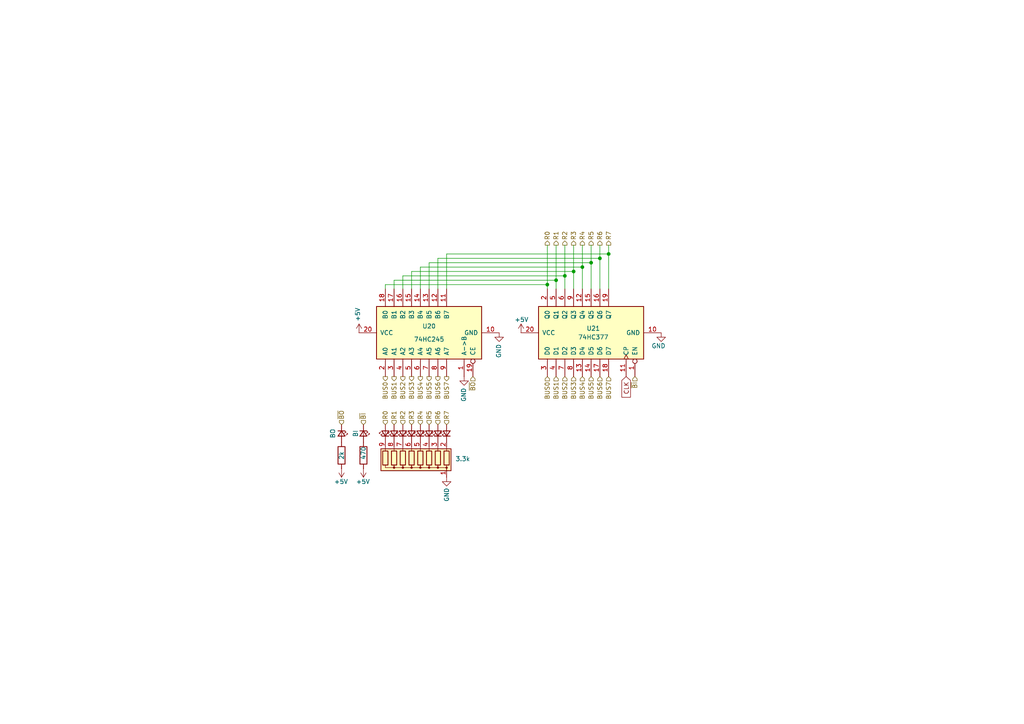
<source format=kicad_sch>
(kicad_sch (version 20250114) (generator "eeschema") (generator_version "9.0")
  (paper "A4")
  (title_block (title "B Register") (date "2025-12-30") (rev "3.3") (comment 2 "creativecommons.org/licenses/by-nc-sa/4.0/") (comment 3 "This work is licensed under CC BY-NC-SA 4.0") (comment 4 "Author: Carsten Herting (slu4)"))
  (lib_symbols
    (symbol "8-Bit CPU 32k:74HC245" (pin_names (offset 1.016))
      (property "Reference" "U" (at 0 -6.35 90))
      (property "Value" "74HC245" (at 0 2.54 90))
      (symbol "74HC245_1_0"
        (pin tri_state line (at -12.7 12.7 0) (length 5.08) (name "A0") (number "2"))
        (pin tri_state line (at -12.7 10.16 0) (length 5.08) (name "A1") (number "3"))
        (pin tri_state line (at -12.7 7.62 0) (length 5.08) (name "A2") (number "4"))
        (pin tri_state line (at -12.7 5.08 0) (length 5.08) (name "A3") (number "5"))
        (pin tri_state line (at -12.7 2.54 0) (length 5.08) (name "A4") (number "6"))
        (pin tri_state line (at -12.7 0 0) (length 5.08) (name "A5") (number "7"))
        (pin tri_state line (at -12.7 -2.54 0) (length 5.08) (name "A6") (number "8"))
        (pin tri_state line (at -12.7 -5.08 0) (length 5.08) (name "A7") (number "9"))
        (pin input line (at -12.7 -10.16 0) (length 5.08) (name "A->B") (number "1"))
        (pin input inverted (at -12.7 -12.7 0) (length 5.08) (name "CE") (number "19"))
        (pin power_in line (at 0 20.32 270) (length 5.08) (name "VCC") (number "20"))
        (pin power_in line (at 0 -20.32 90) (length 5.08) (name "GND") (number "10"))
        (pin input line (at 12.7 12.7 180) (length 5.08) (name "B0") (number "18"))
        (pin input line (at 12.7 10.16 180) (length 5.08) (name "B1") (number "17"))
        (pin input line (at 12.7 7.62 180) (length 5.08) (name "B2") (number "16"))
        (pin input line (at 12.7 5.08 180) (length 5.08) (name "B3") (number "15"))
        (pin input line (at 12.7 2.54 180) (length 5.08) (name "B4") (number "14"))
        (pin input line (at 12.7 0 180) (length 5.08) (name "B5") (number "13"))
        (pin input line (at 12.7 -2.54 180) (length 5.08) (name "B6") (number "12"))
        (pin input line (at 12.7 -5.08 180) (length 5.08) (name "B7") (number "11"))
      )
      (symbol "74HC245_1_1"
        (rectangle (start -7.62 15.24) (end 7.62 -15.24) (stroke (width 0.254)) (fill (type background)))
      )
    )
    (symbol "8-Bit CPU 32k:74HC377" (pin_names (offset 1.016))
      (property "Reference" "U" (at 1.27 0 90))
      (property "Value" "74HC377" (at -1.27 0 90))
      (symbol "74HC377_1_0"
        (pin input line (at -12.7 12.7 0) (length 5.08) (name "D0") (number "3"))
        (pin input line (at -12.7 10.16 0) (length 5.08) (name "D1") (number "4"))
        (pin input line (at -12.7 7.62 0) (length 5.08) (name "D2") (number "7"))
        (pin input line (at -12.7 5.08 0) (length 5.08) (name "D3") (number "8"))
        (pin input line (at -12.7 2.54 0) (length 5.08) (name "D4") (number "13"))
        (pin input line (at -12.7 0 0) (length 5.08) (name "D5") (number "14"))
        (pin input line (at -12.7 -2.54 0) (length 5.08) (name "D6") (number "17"))
        (pin input line (at -12.7 -5.08 0) (length 5.08) (name "D7") (number "18"))
        (pin input clock (at -12.7 -10.16 0) (length 5.08) (name "CP") (number "11"))
        (pin input inverted (at -12.7 -12.7 0) (length 5.08) (name "EN") (number "1"))
        (pin power_in line (at 0 20.32 270) (length 5.08) (name "VCC") (number "20"))
        (pin power_in line (at 0 -20.32 90) (length 5.08) (name "GND") (number "10"))
        (pin output line (at 12.7 12.7 180) (length 5.08) (name "Q0") (number "2"))
        (pin output line (at 12.7 10.16 180) (length 5.08) (name "Q1") (number "5"))
        (pin output line (at 12.7 7.62 180) (length 5.08) (name "Q2") (number "6"))
        (pin output line (at 12.7 5.08 180) (length 5.08) (name "Q3") (number "9"))
        (pin output line (at 12.7 2.54 180) (length 5.08) (name "Q4") (number "12"))
        (pin output line (at 12.7 0 180) (length 5.08) (name "Q5") (number "15"))
        (pin output line (at 12.7 -2.54 180) (length 5.08) (name "Q6") (number "16"))
        (pin output line (at 12.7 -5.08 180) (length 5.08) (name "Q7") (number "19"))
      )
      (symbol "74HC377_1_1"
        (rectangle (start -7.62 15.24) (end 7.62 -15.24) (stroke (width 0.254)) (fill (type background)))
      )
    )
    (symbol "Device:LED_Small" (pin_numbers (hide yes)) (pin_names (offset 0.254) (hide yes))
      (property "Reference" "D" (at -1.27 3.175 0))
      (property "Value" "LED_Small" (at -4.445 -2.54 0))
      (symbol "LED_Small_0_1"
        (polyline (pts (xy -0.762 -1.016) (xy -0.762 1.016)) (stroke (width 0.254)))
        (polyline (pts (xy 0 0.762) (xy -0.508 1.27) (xy -0.254 1.27) (xy -0.508 1.27) (xy -0.508 1.016)))
        (polyline (pts (xy 0.508 1.27) (xy 0 1.778) (xy 0.254 1.778) (xy 0 1.778) (xy 0 1.524)))
        (polyline (pts (xy 0.762 -1.016) (xy -0.762 0) (xy 0.762 1.016) (xy 0.762 -1.016)) (stroke (width 0.254)))
        (polyline (pts (xy 1.016 0) (xy -0.762 0)))
      )
      (symbol "LED_Small_1_1"
        (pin passive line (at -2.54 0 0) (length 1.778) (name "K") (number "1"))
        (pin passive line (at 2.54 0 180) (length 1.778) (name "A") (number "2"))
      )
    )
    (symbol "Device:R" (pin_numbers (hide yes)) (pin_names (offset 0))
      (property "Reference" "R" (at 2.032 0 90))
      (property "Value" "R" (at 0 0 90))
      (symbol "R_0_1"
        (rectangle (start -1.016 -2.54) (end 1.016 2.54) (stroke (width 0.254)))
      )
      (symbol "R_1_1"
        (pin passive line (at 0 3.81 270) (length 1.27) (name "~") (number "1"))
        (pin passive line (at 0 -3.81 90) (length 1.27) (name "~") (number "2"))
      )
    )
    (symbol "Device:R_Network08" (pin_names (offset 0) (hide yes))
      (property "Reference" "RN" (at -12.7 0 90))
      (property "Value" "R_Network08" (at 10.16 0 90))
      (symbol "R_Network08_0_1"
        (rectangle (start -11.43 -3.175) (end 8.89 3.175) (stroke (width 0.254)) (fill (type background)))
        (rectangle (start -10.922 1.524) (end -9.398 -2.54) (stroke (width 0.254)))
        (circle (center -10.16 2.286) (radius 0.254) (fill (type outline)))
        (polyline (pts (xy -10.16 1.524) (xy -10.16 2.286) (xy -7.62 2.286) (xy -7.62 1.524)))
        (polyline (pts (xy -10.16 -2.54) (xy -10.16 -3.81)))
        (rectangle (start -8.382 1.524) (end -6.858 -2.54) (stroke (width 0.254)))
        (circle (center -7.62 2.286) (radius 0.254) (fill (type outline)))
        (polyline (pts (xy -7.62 1.524) (xy -7.62 2.286) (xy -5.08 2.286) (xy -5.08 1.524)))
        (polyline (pts (xy -7.62 -2.54) (xy -7.62 -3.81)))
        (rectangle (start -5.842 1.524) (end -4.318 -2.54) (stroke (width 0.254)))
        (circle (center -5.08 2.286) (radius 0.254) (fill (type outline)))
        (polyline (pts (xy -5.08 1.524) (xy -5.08 2.286) (xy -2.54 2.286) (xy -2.54 1.524)))
        (polyline (pts (xy -5.08 -2.54) (xy -5.08 -3.81)))
        (rectangle (start -3.302 1.524) (end -1.778 -2.54) (stroke (width 0.254)))
        (circle (center -2.54 2.286) (radius 0.254) (fill (type outline)))
        (polyline (pts (xy -2.54 1.524) (xy -2.54 2.286) (xy 0 2.286) (xy 0 1.524)))
        (polyline (pts (xy -2.54 -2.54) (xy -2.54 -3.81)))
        (rectangle (start -0.762 1.524) (end 0.762 -2.54) (stroke (width 0.254)))
        (circle (center 0 2.286) (radius 0.254) (fill (type outline)))
        (polyline (pts (xy 0 1.524) (xy 0 2.286) (xy 2.54 2.286) (xy 2.54 1.524)))
        (polyline (pts (xy 0 -2.54) (xy 0 -3.81)))
        (rectangle (start 1.778 1.524) (end 3.302 -2.54) (stroke (width 0.254)))
        (circle (center 2.54 2.286) (radius 0.254) (fill (type outline)))
        (polyline (pts (xy 2.54 1.524) (xy 2.54 2.286) (xy 5.08 2.286) (xy 5.08 1.524)))
        (polyline (pts (xy 2.54 -2.54) (xy 2.54 -3.81)))
        (rectangle (start 4.318 1.524) (end 5.842 -2.54) (stroke (width 0.254)))
        (circle (center 5.08 2.286) (radius 0.254) (fill (type outline)))
        (polyline (pts (xy 5.08 1.524) (xy 5.08 2.286) (xy 7.62 2.286) (xy 7.62 1.524)))
        (polyline (pts (xy 5.08 -2.54) (xy 5.08 -3.81)))
        (rectangle (start 6.858 1.524) (end 8.382 -2.54) (stroke (width 0.254)))
        (polyline (pts (xy 7.62 -2.54) (xy 7.62 -3.81)))
      )
      (symbol "R_Network08_1_1"
        (pin passive line (at -10.16 5.08 270) (length 2.54) (name "common") (number "1"))
        (pin passive line (at -10.16 -5.08 90) (length 1.27) (name "R1") (number "2"))
        (pin passive line (at -7.62 -5.08 90) (length 1.27) (name "R2") (number "3"))
        (pin passive line (at -5.08 -5.08 90) (length 1.27) (name "R3") (number "4"))
        (pin passive line (at -2.54 -5.08 90) (length 1.27) (name "R4") (number "5"))
        (pin passive line (at 0 -5.08 90) (length 1.27) (name "R5") (number "6"))
        (pin passive line (at 2.54 -5.08 90) (length 1.27) (name "R6") (number "7"))
        (pin passive line (at 5.08 -5.08 90) (length 1.27) (name "R7") (number "8"))
        (pin passive line (at 7.62 -5.08 90) (length 1.27) (name "R8") (number "9"))
      )
    )
    (symbol "power:+5V" (power) (pin_numbers (hide yes)) (pin_names (offset 0) (hide yes))
      (property "Value" "+5V" (at 0 3.556 0))
      (symbol "+5V_0_1"
        (polyline (pts (xy -0.762 1.27) (xy 0 2.54)))
        (polyline (pts (xy 0 2.54) (xy 0.762 1.27)))
        (polyline (pts (xy 0 0) (xy 0 2.54)))
      )
      (symbol "+5V_1_1"
        (pin power_in line (at 0 0 90) (length 0) (name "~") (number "1"))
      )
    )
    (symbol "power:GND" (power) (pin_numbers (hide yes)) (pin_names (offset 0) (hide yes))
      (property "Value" "GND" (at 0 -3.81 0))
      (symbol "GND_0_1"
        (polyline (pts (xy 0 0) (xy 0 -1.27) (xy 1.27 -1.27) (xy 0 -2.54) (xy -1.27 -1.27) (xy 0 -1.27)))
      )
      (symbol "GND_1_1"
        (pin power_in line (at 0 0 270) (length 0) (name "~") (number "1"))
      )
    )
  )
  (junction (at 168.91 77.47))
  (junction (at 161.29 81.28))
  (junction (at 163.83 80.01))
  (junction (at 158.75 82.55))
  (junction (at 176.53 73.66))
  (junction (at 173.99 74.93))
  (junction (at 166.37 78.74))
  (junction (at 171.45 76.2))
  (wire (pts (xy 171.45 76.2) (xy 171.45 83.82)))
  (wire (pts (xy 114.3 81.28) (xy 114.3 83.82)))
  (wire (pts (xy 173.99 74.93) (xy 173.99 83.82)))
  (wire (pts (xy 116.84 80.01) (xy 163.83 80.01)))
  (wire (pts (xy 119.38 78.74) (xy 166.37 78.74)))
  (wire (pts (xy 171.45 71.12) (xy 171.45 76.2)))
  (wire (pts (xy 176.53 71.12) (xy 176.53 73.66)))
  (wire (pts (xy 124.46 76.2) (xy 171.45 76.2)))
  (wire (pts (xy 111.76 82.55) (xy 158.75 82.55)))
  (wire (pts (xy 158.75 71.12) (xy 158.75 82.55)))
  (wire (pts (xy 114.3 81.28) (xy 161.29 81.28)))
  (wire (pts (xy 129.54 73.66) (xy 176.53 73.66)))
  (wire (pts (xy 121.92 77.47) (xy 168.91 77.47)))
  (wire (pts (xy 163.83 71.12) (xy 163.83 80.01)))
  (wire (pts (xy 127 74.93) (xy 173.99 74.93)))
  (wire (pts (xy 173.99 71.12) (xy 173.99 74.93)))
  (wire (pts (xy 161.29 81.28) (xy 161.29 83.82)))
  (wire (pts (xy 166.37 78.74) (xy 166.37 83.82)))
  (wire (pts (xy 158.75 82.55) (xy 158.75 83.82)))
  (wire (pts (xy 129.54 73.66) (xy 129.54 83.82)))
  (wire (pts (xy 176.53 73.66) (xy 176.53 83.82)))
  (wire (pts (xy 161.29 71.12) (xy 161.29 81.28)))
  (wire (pts (xy 168.91 77.47) (xy 168.91 83.82)))
  (wire (pts (xy 127 74.93) (xy 127 83.82)))
  (wire (pts (xy 124.46 76.2) (xy 124.46 83.82)))
  (wire (pts (xy 168.91 71.12) (xy 168.91 77.47)))
  (wire (pts (xy 116.84 80.01) (xy 116.84 83.82)))
  (wire (pts (xy 121.92 77.47) (xy 121.92 83.82)))
  (wire (pts (xy 163.83 80.01) (xy 163.83 83.82)))
  (wire (pts (xy 111.76 82.55) (xy 111.76 83.82)))
  (wire (pts (xy 119.38 78.74) (xy 119.38 83.82)))
  (wire (pts (xy 166.37 71.12) (xy 166.37 78.74)))
  (global_label "CLK" (shape input) (at 181.61 109.22 270) (property "Intersheetrefs" "${INTERSHEET_REFS}" (effects (hide yes))))
  (hierarchical_label "BUS5" (shape input) (at 171.45 109.22 270))
  (hierarchical_label "R6" (shape output) (at 173.99 71.12 90))
  (hierarchical_label "R1" (shape input) (at 114.3 123.19 90))
  (hierarchical_label "R3" (shape input) (at 119.38 123.19 90))
  (hierarchical_label "BUS3" (shape input) (at 166.37 109.22 270))
  (hierarchical_label "R1" (shape output) (at 161.29 71.12 90))
  (hierarchical_label "R5" (shape output) (at 171.45 71.12 90))
  (hierarchical_label "BUS3" (shape output) (at 119.38 109.22 270))
  (hierarchical_label "BUS2" (shape input) (at 163.83 109.22 270))
  (hierarchical_label "BUS6" (shape output) (at 127 109.22 270))
  (hierarchical_label "R0" (shape output) (at 158.75 71.12 90))
  (hierarchical_label "BUS1" (shape input) (at 161.29 109.22 270))
  (hierarchical_label "BUS7" (shape output) (at 129.54 109.22 270))
  (hierarchical_label "R6" (shape input) (at 127 123.19 90))
  (hierarchical_label "BUS5" (shape output) (at 124.46 109.22 270))
  (hierarchical_label "R5" (shape input) (at 124.46 123.19 90))
  (hierarchical_label "BUS4" (shape output) (at 121.92 109.22 270))
  (hierarchical_label "R2" (shape output) (at 163.83 71.12 90))
  (hierarchical_label "BUS7" (shape input) (at 176.53 109.22 270))
  (hierarchical_label "~{BI}" (shape input) (at 105.41 123.19 90))
  (hierarchical_label "R3" (shape output) (at 166.37 71.12 90))
  (hierarchical_label "R2" (shape input) (at 116.84 123.19 90))
  (hierarchical_label "BUS2" (shape output) (at 116.84 109.22 270))
  (hierarchical_label "~{BO}" (shape input) (at 137.16 109.22 270))
  (hierarchical_label "R4" (shape input) (at 121.92 123.19 90))
  (hierarchical_label "~{BO}" (shape input) (at 99.06 123.19 90))
  (hierarchical_label "BUS6" (shape input) (at 173.99 109.22 270))
  (hierarchical_label "BUS4" (shape input) (at 168.91 109.22 270))
  (hierarchical_label "BUS1" (shape output) (at 114.3 109.22 270))
  (hierarchical_label "R7" (shape input) (at 129.54 123.19 90))
  (hierarchical_label "~{BI}" (shape input) (at 184.15 109.22 270))
  (hierarchical_label "BUS0" (shape output) (at 111.76 109.22 270))
  (hierarchical_label "R0" (shape input) (at 111.76 123.19 90))
  (hierarchical_label "BUS0" (shape input) (at 158.75 109.22 270))
  (hierarchical_label "R4" (shape output) (at 168.91 71.12 90))
  (hierarchical_label "R7" (shape output) (at 176.53 71.12 90))
  (symbol (lib_id "8-Bit CPU 32k:74HC245") (at 124.46 96.52 90) (unit 1)
    (property "Reference" "U20" (at 124.46 94.615 90))
    (property "Value" "74HC245" (at 124.46 98.425 90))
    (property "Footprint" "Package_DIP:DIP-20_W7.62mm" (effects (hide yes)))
    (property "Datasheet" "http://www.ti.com/lit/gpn/sn74HC245" (effects (hide yes)))
    (property "Description" "Octal BUS Transceivers, 3-State outputs" (effects (hide yes)))
  )
  (symbol (lib_id "power:+5V") (at 99.06 135.89 180) (unit 1)
    (property "Reference" "#PWR0168" (effects (hide yes)))
    (property "Value" "+5V" (at 100.965 139.7 0) (effects (justify left)))
    (property "Description" "Power symbol creates a global label with name \"+5V\"" (effects (hide yes)))
  )
  (symbol (lib_id "Device:LED_Small") (at 105.41 125.73 270) (unit 1)
    (property "Reference" "D76" (effects (hide yes)))
    (property "Value" "BI" (at 103.124 125.73 0))
    (property "Footprint" "LED_THT:LED_D5.0mm" (effects (hide yes)))
    (property "Description" "LED YELLOW, 1300mcd, 60°" (effects (hide yes)))
    (property "Sim.Pin" "1=K 2=A" (effects (hide yes)))
  )
  (symbol (lib_id "power:GND") (at 191.77 96.52 0) (unit 1)
    (property "Reference" "#PWR0102" (effects (hide yes)))
    (property "Value" "GND" (at 193.04 100.33 0) (effects (justify right)))
    (property "Description" "Power symbol creates a global label with name \"GND\" , ground" (effects (hide yes)))
  )
  (symbol (lib_id "Device:LED_Small") (at 121.92 125.73 90) (unit 1)
    (property "Reference" "D48" (effects (hide yes)))
    (property "Value" "LED_Small" (effects (hide yes)))
    (property "Footprint" "LED_THT:LED_D5.0mm" (effects (hide yes)))
    (property "Description" "LED GREEN, 2000mcd, 60°" (effects (hide yes)))
    (property "Sim.Pin" "1=K 2=A" (effects (hide yes)))
  )
  (symbol (lib_id "power:+5V") (at 104.14 96.52 0) (mirror y) (unit 1)
    (property "Reference" "#PWR098" (effects (hide yes)))
    (property "Value" "+5V" (at 103.759 93.2688 90) (effects (justify left)))
    (property "Description" "Power symbol creates a global label with name \"+5V\"" (effects (hide yes)))
  )
  (symbol (lib_id "Device:R_Network08") (at 119.38 133.35 180) (unit 1)
    (property "Reference" "RN7" (effects (hide yes)))
    (property "Value" "3.3k" (at 132.08 133.0959 0) (effects (justify right)))
    (property "Footprint" "Resistor_THT:R_Array_SIP9" (effects (hide yes)))
    (property "Datasheet" "http://www.vishay.com/docs/31509/csc.pdf" (effects (hide yes)))
    (property "Description" "8 resistor network, star topology, bussed resistors, small symbol" (effects (hide yes)))
  )
  (symbol (lib_id "Device:LED_Small") (at 127 125.73 90) (unit 1)
    (property "Reference" "D50" (effects (hide yes)))
    (property "Value" "LED_Small" (effects (hide yes)))
    (property "Footprint" "LED_THT:LED_D5.0mm" (effects (hide yes)))
    (property "Description" "LED GREEN, 2000mcd, 60°" (effects (hide yes)))
    (property "Sim.Pin" "1=K 2=A" (effects (hide yes)))
  )
  (symbol (lib_id "Device:R") (at 99.06 132.08 0) (mirror y) (unit 1)
    (property "Reference" "R10" (effects (hide yes)))
    (property "Value" "2k" (at 99.06 133.35 90) (effects (justify left)))
    (property "Footprint" "Resistor_THT:R_Axial_DIN0207_L6.3mm_D2.5mm_P7.62mm_Horizontal" (effects (hide yes)))
    (property "Description" "Resistor" (effects (hide yes)))
  )
  (symbol (lib_id "8-Bit CPU 32k:74HC377") (at 171.45 96.52 90) (unit 1)
    (property "Reference" "U21" (at 172.085 95.2531 90))
    (property "Value" "74HC377" (at 172.085 97.79 90))
    (property "Footprint" "Package_DIP:DIP-20_W7.62mm" (effects (hide yes)))
    (property "Datasheet" "http://www.ti.com/lit/gpn/sn74LS574" (effects (hide yes)))
  )
  (symbol (lib_id "power:GND") (at 144.78 96.52 0) (mirror y) (unit 1)
    (property "Reference" "#PWR0100" (effects (hide yes)))
    (property "Value" "GND" (at 144.653 99.7712 90) (effects (justify right)))
    (property "Description" "Power symbol creates a global label with name \"GND\" , ground" (effects (hide yes)))
  )
  (symbol (lib_id "Device:LED_Small") (at 129.54 125.73 90) (unit 1)
    (property "Reference" "D51" (effects (hide yes)))
    (property "Value" "LED_Small" (effects (hide yes)))
    (property "Footprint" "LED_THT:LED_D5.0mm" (effects (hide yes)))
    (property "Description" "LED GREEN, 2000mcd, 60°" (effects (hide yes)))
    (property "Sim.Pin" "1=K 2=A" (effects (hide yes)))
  )
  (symbol (lib_id "Device:R") (at 105.41 132.08 0) (mirror y) (unit 1)
    (property "Reference" "R9" (effects (hide yes)))
    (property "Value" "470" (at 105.41 133.35 90) (effects (justify left)))
    (property "Footprint" "Resistor_THT:R_Axial_DIN0207_L6.3mm_D2.5mm_P7.62mm_Horizontal" (effects (hide yes)))
    (property "Description" "Resistor" (effects (hide yes)))
  )
  (symbol (lib_id "Device:LED_Small") (at 124.46 125.73 90) (unit 1)
    (property "Reference" "D49" (effects (hide yes)))
    (property "Value" "LED_Small" (effects (hide yes)))
    (property "Footprint" "LED_THT:LED_D5.0mm" (effects (hide yes)))
    (property "Description" "LED GREEN, 2000mcd, 60°" (effects (hide yes)))
    (property "Sim.Pin" "1=K 2=A" (effects (hide yes)))
  )
  (symbol (lib_id "power:GND") (at 134.62 109.22 0) (mirror y) (unit 1)
    (property "Reference" "#PWR099" (effects (hide yes)))
    (property "Value" "GND" (at 134.493 112.4712 90) (effects (justify right)))
    (property "Description" "Power symbol creates a global label with name \"GND\" , ground" (effects (hide yes)))
  )
  (symbol (lib_id "Device:LED_Small") (at 116.84 125.73 90) (unit 1)
    (property "Reference" "D46" (effects (hide yes)))
    (property "Value" "LED_Small" (effects (hide yes)))
    (property "Footprint" "LED_THT:LED_D5.0mm" (effects (hide yes)))
    (property "Description" "LED GREEN, 2000mcd, 60°" (effects (hide yes)))
    (property "Sim.Pin" "1=K 2=A" (effects (hide yes)))
  )
  (symbol (lib_id "Device:LED_Small") (at 99.06 125.73 270) (unit 1)
    (property "Reference" "D77" (effects (hide yes)))
    (property "Value" "BO" (at 96.52 125.73 0))
    (property "Footprint" "LED_THT:LED_D5.0mm" (effects (hide yes)))
    (property "Description" "LED RED, 1300mcd, 60°" (effects (hide yes)))
    (property "Sim.Pin" "1=K 2=A" (effects (hide yes)))
  )
  (symbol (lib_id "Device:LED_Small") (at 114.3 125.73 90) (unit 1)
    (property "Reference" "D45" (effects (hide yes)))
    (property "Value" "LED_Small" (effects (hide yes)))
    (property "Footprint" "LED_THT:LED_D5.0mm" (effects (hide yes)))
    (property "Description" "LED GREEN, 2000mcd, 60°" (effects (hide yes)))
    (property "Sim.Pin" "1=K 2=A" (effects (hide yes)))
  )
  (symbol (lib_id "Device:LED_Small") (at 111.76 125.73 90) (unit 1)
    (property "Reference" "D44" (effects (hide yes)))
    (property "Value" "LED_Small" (effects (hide yes)))
    (property "Footprint" "LED_THT:LED_D5.0mm" (effects (hide yes)))
    (property "Description" "LED GREEN, 2000mcd, 60°" (effects (hide yes)))
    (property "Sim.Pin" "1=K 2=A" (effects (hide yes)))
  )
  (symbol (lib_id "power:+5V") (at 105.41 135.89 180) (unit 1)
    (property "Reference" "#PWR0167" (effects (hide yes)))
    (property "Value" "+5V" (at 107.315 139.7 0) (effects (justify left)))
    (property "Description" "Power symbol creates a global label with name \"+5V\"" (effects (hide yes)))
  )
  (symbol (lib_id "power:GND") (at 129.54 138.43 0) (mirror y) (unit 1)
    (property "Reference" "#PWR0160" (effects (hide yes)))
    (property "Value" "GND" (at 129.54 143.51 90))
    (property "Description" "Power symbol creates a global label with name \"GND\" , ground" (effects (hide yes)))
  )
  (symbol (lib_id "Device:LED_Small") (at 119.38 125.73 90) (unit 1)
    (property "Reference" "D47" (effects (hide yes)))
    (property "Value" "LED_Small" (effects (hide yes)))
    (property "Footprint" "LED_THT:LED_D5.0mm" (effects (hide yes)))
    (property "Description" "LED GREEN, 2000mcd, 60°" (effects (hide yes)))
    (property "Sim.Pin" "1=K 2=A" (effects (hide yes)))
  )
  (symbol (lib_id "power:+5V") (at 151.13 96.52 0) (unit 1)
    (property "Reference" "#PWR0101" (effects (hide yes)))
    (property "Value" "+5V" (at 149.225 92.71 0) (effects (justify left)))
    (property "Description" "Power symbol creates a global label with name \"+5V\"" (effects (hide yes)))
  )
)
</source>
